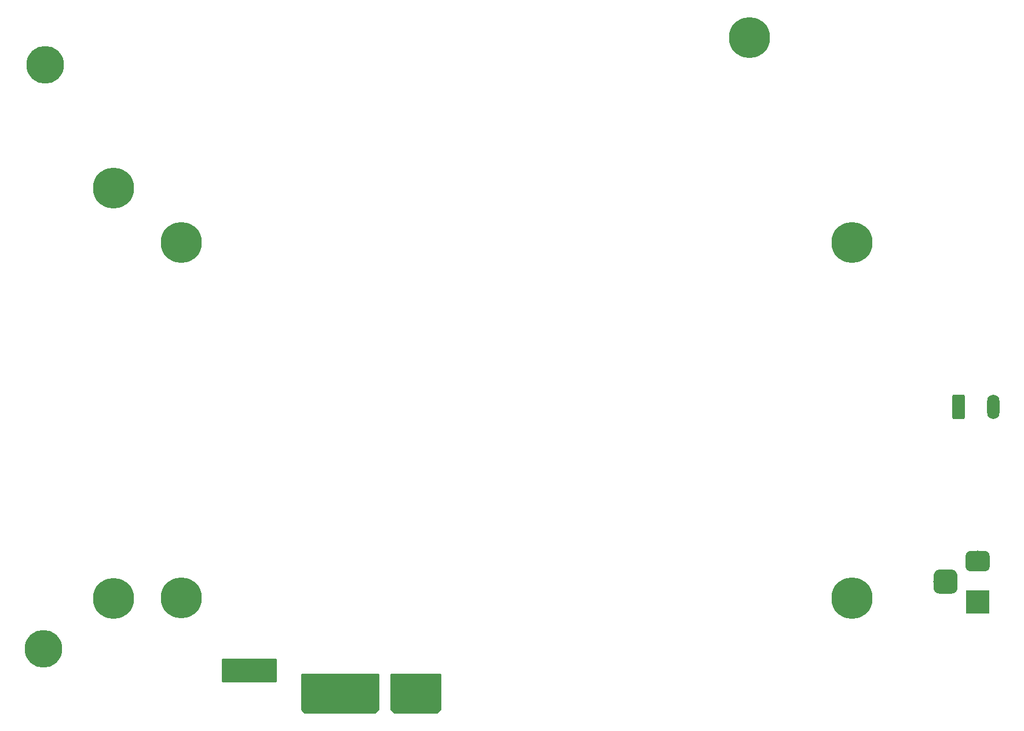
<source format=gbr>
G04 #@! TF.GenerationSoftware,KiCad,Pcbnew,(5.1.2)-2*
G04 #@! TF.CreationDate,2019-10-16T14:21:29+08:00*
G04 #@! TF.ProjectId,BrainPower,42726169-6e50-46f7-9765-722e6b696361,rev?*
G04 #@! TF.SameCoordinates,Original*
G04 #@! TF.FileFunction,Soldermask,Bot*
G04 #@! TF.FilePolarity,Negative*
%FSLAX46Y46*%
G04 Gerber Fmt 4.6, Leading zero omitted, Abs format (unit mm)*
G04 Created by KiCad (PCBNEW (5.1.2)-2) date 2019-10-16 14:21:29*
%MOMM*%
%LPD*%
G04 APERTURE LIST*
%ADD10C,6.000000*%
%ADD11O,1.800000X3.600000*%
%ADD12C,0.100000*%
%ADD13C,1.800000*%
%ADD14C,3.500000*%
%ADD15C,3.000000*%
%ADD16R,3.500000X3.500000*%
%ADD17C,5.500000*%
%ADD18R,0.700000X4.200000*%
%ADD19R,0.700000X3.200000*%
%ADD20C,0.254000*%
G04 APERTURE END LIST*
D10*
X90809580Y-139124100D03*
X198809580Y-139124100D03*
X90809580Y-79124100D03*
X183809580Y-57124100D03*
D11*
X219456000Y-111125000D03*
D12*
G36*
X215050504Y-109326204D02*
G01*
X215074773Y-109329804D01*
X215098571Y-109335765D01*
X215121671Y-109344030D01*
X215143849Y-109354520D01*
X215164893Y-109367133D01*
X215184598Y-109381747D01*
X215202777Y-109398223D01*
X215219253Y-109416402D01*
X215233867Y-109436107D01*
X215246480Y-109457151D01*
X215256970Y-109479329D01*
X215265235Y-109502429D01*
X215271196Y-109526227D01*
X215274796Y-109550496D01*
X215276000Y-109575000D01*
X215276000Y-112675000D01*
X215274796Y-112699504D01*
X215271196Y-112723773D01*
X215265235Y-112747571D01*
X215256970Y-112770671D01*
X215246480Y-112792849D01*
X215233867Y-112813893D01*
X215219253Y-112833598D01*
X215202777Y-112851777D01*
X215184598Y-112868253D01*
X215164893Y-112882867D01*
X215143849Y-112895480D01*
X215121671Y-112905970D01*
X215098571Y-112914235D01*
X215074773Y-112920196D01*
X215050504Y-112923796D01*
X215026000Y-112925000D01*
X213726000Y-112925000D01*
X213701496Y-112923796D01*
X213677227Y-112920196D01*
X213653429Y-112914235D01*
X213630329Y-112905970D01*
X213608151Y-112895480D01*
X213587107Y-112882867D01*
X213567402Y-112868253D01*
X213549223Y-112851777D01*
X213532747Y-112833598D01*
X213518133Y-112813893D01*
X213505520Y-112792849D01*
X213495030Y-112770671D01*
X213486765Y-112747571D01*
X213480804Y-112723773D01*
X213477204Y-112699504D01*
X213476000Y-112675000D01*
X213476000Y-109575000D01*
X213477204Y-109550496D01*
X213480804Y-109526227D01*
X213486765Y-109502429D01*
X213495030Y-109479329D01*
X213505520Y-109457151D01*
X213518133Y-109436107D01*
X213532747Y-109416402D01*
X213549223Y-109398223D01*
X213567402Y-109381747D01*
X213587107Y-109367133D01*
X213608151Y-109354520D01*
X213630329Y-109344030D01*
X213653429Y-109335765D01*
X213677227Y-109329804D01*
X213701496Y-109326204D01*
X213726000Y-109325000D01*
X215026000Y-109325000D01*
X215050504Y-109326204D01*
X215050504Y-109326204D01*
G37*
D13*
X214376000Y-111125000D03*
D12*
G36*
X213430765Y-134954213D02*
G01*
X213515704Y-134966813D01*
X213598999Y-134987677D01*
X213679848Y-135016605D01*
X213757472Y-135053319D01*
X213831124Y-135097464D01*
X213900094Y-135148616D01*
X213963718Y-135206282D01*
X214021384Y-135269906D01*
X214072536Y-135338876D01*
X214116681Y-135412528D01*
X214153395Y-135490152D01*
X214182323Y-135571001D01*
X214203187Y-135654296D01*
X214215787Y-135739235D01*
X214220000Y-135825000D01*
X214220000Y-137575000D01*
X214215787Y-137660765D01*
X214203187Y-137745704D01*
X214182323Y-137828999D01*
X214153395Y-137909848D01*
X214116681Y-137987472D01*
X214072536Y-138061124D01*
X214021384Y-138130094D01*
X213963718Y-138193718D01*
X213900094Y-138251384D01*
X213831124Y-138302536D01*
X213757472Y-138346681D01*
X213679848Y-138383395D01*
X213598999Y-138412323D01*
X213515704Y-138433187D01*
X213430765Y-138445787D01*
X213345000Y-138450000D01*
X211595000Y-138450000D01*
X211509235Y-138445787D01*
X211424296Y-138433187D01*
X211341001Y-138412323D01*
X211260152Y-138383395D01*
X211182528Y-138346681D01*
X211108876Y-138302536D01*
X211039906Y-138251384D01*
X210976282Y-138193718D01*
X210918616Y-138130094D01*
X210867464Y-138061124D01*
X210823319Y-137987472D01*
X210786605Y-137909848D01*
X210757677Y-137828999D01*
X210736813Y-137745704D01*
X210724213Y-137660765D01*
X210720000Y-137575000D01*
X210720000Y-135825000D01*
X210724213Y-135739235D01*
X210736813Y-135654296D01*
X210757677Y-135571001D01*
X210786605Y-135490152D01*
X210823319Y-135412528D01*
X210867464Y-135338876D01*
X210918616Y-135269906D01*
X210976282Y-135206282D01*
X211039906Y-135148616D01*
X211108876Y-135097464D01*
X211182528Y-135053319D01*
X211260152Y-135016605D01*
X211341001Y-134987677D01*
X211424296Y-134966813D01*
X211509235Y-134954213D01*
X211595000Y-134950000D01*
X213345000Y-134950000D01*
X213430765Y-134954213D01*
X213430765Y-134954213D01*
G37*
D14*
X212470000Y-136700000D03*
D12*
G36*
X218243513Y-132203611D02*
G01*
X218316318Y-132214411D01*
X218387714Y-132232295D01*
X218457013Y-132257090D01*
X218523548Y-132288559D01*
X218586678Y-132326398D01*
X218645795Y-132370242D01*
X218700330Y-132419670D01*
X218749758Y-132474205D01*
X218793602Y-132533322D01*
X218831441Y-132596452D01*
X218862910Y-132662987D01*
X218887705Y-132732286D01*
X218905589Y-132803682D01*
X218916389Y-132876487D01*
X218920000Y-132950000D01*
X218920000Y-134450000D01*
X218916389Y-134523513D01*
X218905589Y-134596318D01*
X218887705Y-134667714D01*
X218862910Y-134737013D01*
X218831441Y-134803548D01*
X218793602Y-134866678D01*
X218749758Y-134925795D01*
X218700330Y-134980330D01*
X218645795Y-135029758D01*
X218586678Y-135073602D01*
X218523548Y-135111441D01*
X218457013Y-135142910D01*
X218387714Y-135167705D01*
X218316318Y-135185589D01*
X218243513Y-135196389D01*
X218170000Y-135200000D01*
X216170000Y-135200000D01*
X216096487Y-135196389D01*
X216023682Y-135185589D01*
X215952286Y-135167705D01*
X215882987Y-135142910D01*
X215816452Y-135111441D01*
X215753322Y-135073602D01*
X215694205Y-135029758D01*
X215639670Y-134980330D01*
X215590242Y-134925795D01*
X215546398Y-134866678D01*
X215508559Y-134803548D01*
X215477090Y-134737013D01*
X215452295Y-134667714D01*
X215434411Y-134596318D01*
X215423611Y-134523513D01*
X215420000Y-134450000D01*
X215420000Y-132950000D01*
X215423611Y-132876487D01*
X215434411Y-132803682D01*
X215452295Y-132732286D01*
X215477090Y-132662987D01*
X215508559Y-132596452D01*
X215546398Y-132533322D01*
X215590242Y-132474205D01*
X215639670Y-132419670D01*
X215694205Y-132370242D01*
X215753322Y-132326398D01*
X215816452Y-132288559D01*
X215882987Y-132257090D01*
X215952286Y-132232295D01*
X216023682Y-132214411D01*
X216096487Y-132203611D01*
X216170000Y-132200000D01*
X218170000Y-132200000D01*
X218243513Y-132203611D01*
X218243513Y-132203611D01*
G37*
D15*
X217170000Y-133700000D03*
D16*
X217170000Y-139700000D03*
D10*
X198783800Y-139055400D03*
X100783800Y-139055400D03*
X198783800Y-87055400D03*
X100783800Y-87055400D03*
D17*
X80822800Y-61137800D03*
X80568800Y-146507200D03*
D18*
X137980000Y-152379600D03*
X133980000Y-152379600D03*
X122980000Y-152379600D03*
X120980000Y-152379600D03*
X127980000Y-152379600D03*
X124980000Y-152379600D03*
D19*
X118980000Y-151879600D03*
D18*
X123980000Y-152379600D03*
X134980000Y-152379600D03*
X131980000Y-152379600D03*
X125980000Y-152379600D03*
X128980000Y-152379600D03*
X121980000Y-152379600D03*
X119980000Y-152379600D03*
X132980000Y-152379600D03*
X135980000Y-152379600D03*
X126980000Y-152379600D03*
X136980000Y-152379600D03*
D20*
G36*
X138630000Y-155379600D02*
G01*
X138130000Y-155879600D01*
X131930000Y-155879600D01*
X131430000Y-155379600D01*
X131430000Y-150281600D01*
X138630000Y-150281600D01*
X138630000Y-155379600D01*
X138630000Y-155379600D01*
G37*
X138630000Y-155379600D02*
X138130000Y-155879600D01*
X131930000Y-155879600D01*
X131430000Y-155379600D01*
X131430000Y-150281600D01*
X138630000Y-150281600D01*
X138630000Y-155379600D01*
G36*
X129530000Y-155379600D02*
G01*
X129030000Y-155879600D01*
X118830000Y-155879600D01*
X118330000Y-155379600D01*
X118330000Y-150281600D01*
X129530000Y-150281600D01*
X129530000Y-155379600D01*
X129530000Y-155379600D01*
G37*
X129530000Y-155379600D02*
X129030000Y-155879600D01*
X118830000Y-155879600D01*
X118330000Y-155379600D01*
X118330000Y-150281600D01*
X129530000Y-150281600D01*
X129530000Y-155379600D01*
G36*
X114553000Y-151252600D02*
G01*
X106807000Y-151252600D01*
X106807000Y-148056600D01*
X114553000Y-148056600D01*
X114553000Y-151252600D01*
X114553000Y-151252600D01*
G37*
X114553000Y-151252600D02*
X106807000Y-151252600D01*
X106807000Y-148056600D01*
X114553000Y-148056600D01*
X114553000Y-151252600D01*
M02*

</source>
